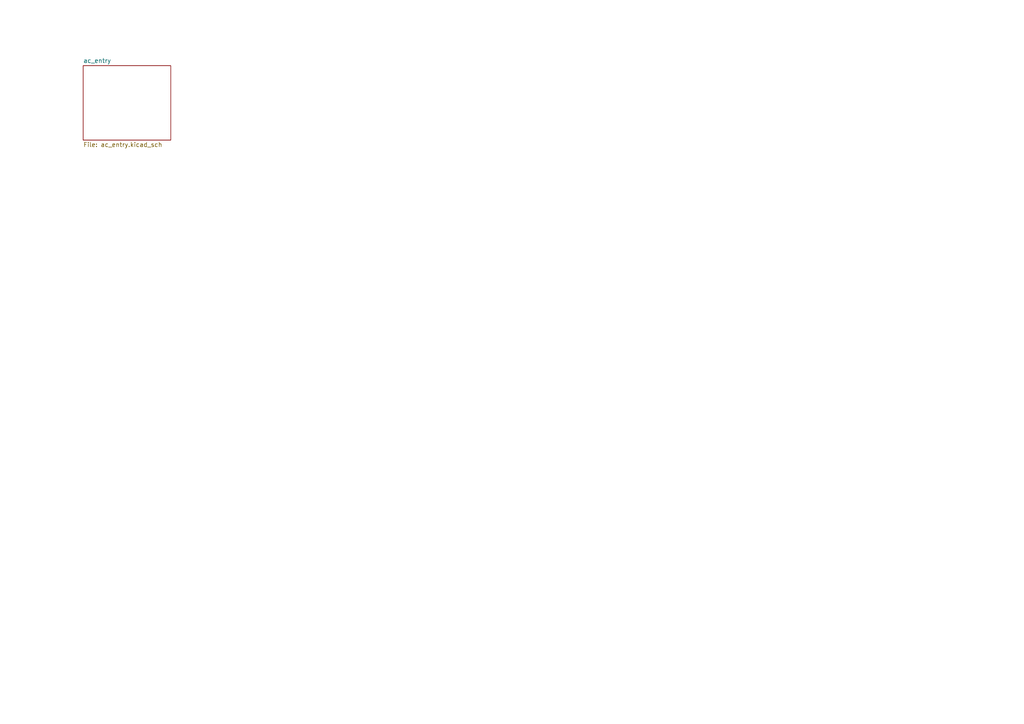
<source format=kicad_sch>
(kicad_sch
	(version 20250114)
	(generator "eeschema")
	(generator_version "9.0")
	(uuid "f953c200-c9ae-4772-ac17-459b5cd00c89")
	(paper "A4")
	(lib_symbols)
	(sheet
		(at 24.13 19.05)
		(size 25.4 21.59)
		(exclude_from_sim no)
		(in_bom yes)
		(on_board yes)
		(dnp no)
		(fields_autoplaced yes)
		(stroke
			(width 0.1524)
			(type solid)
		)
		(fill
			(color 0 0 0 0.0000)
		)
		(uuid "59356795-a688-4a41-b66c-20aeaabf2fd7")
		(property "Sheetname" "ac_entry"
			(at 24.13 18.3384 0)
			(effects
				(font
					(size 1.27 1.27)
				)
				(justify left bottom)
			)
		)
		(property "Sheetfile" "ac_entry.kicad_sch"
			(at 24.13 41.2246 0)
			(effects
				(font
					(size 1.27 1.27)
				)
				(justify left top)
			)
		)
		(instances
			(project "Nelees_One"
				(path "/f953c200-c9ae-4772-ac17-459b5cd00c89"
					(page "2")
				)
			)
		)
	)
	(sheet_instances
		(path "/"
			(page "1")
		)
	)
	(embedded_fonts no)
)

</source>
